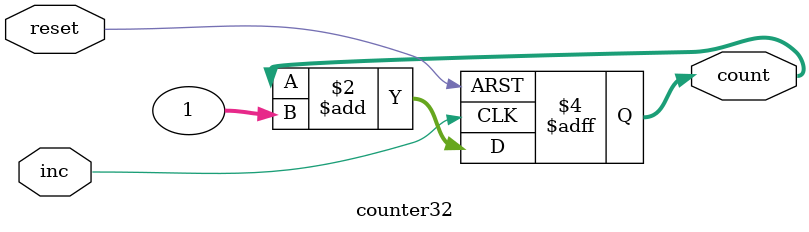
<source format=v>
`timescale 1ns / 1ps

module counter32(reset, inc, count);
input            inc, reset;
output reg [31:0] count = 32'b00000000;

always @(posedge inc, posedge reset) begin
    if (reset) 
    begin
      count = 32'b00000000;
    end
    else begin
        count = count + 32'b00000001;
    end
end
   
endmodule

</source>
